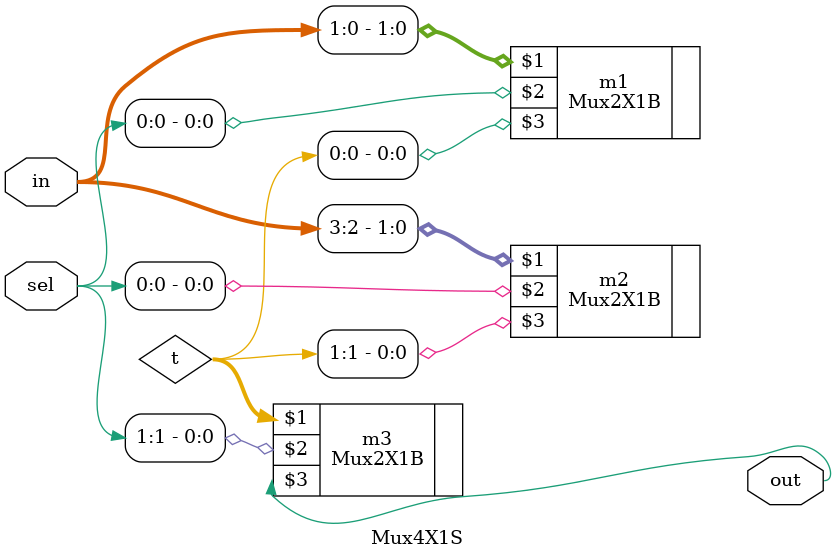
<source format=v>
`timescale 1ns / 1ps


module Mux4X1S(in,sel,out);
input [3:0]in;
input [1:0]sel;
output out;
wire [1:0]t;

Mux2X1B m1(in[1:0],sel[0],t[0]);
Mux2X1B m2(in[3:2],sel[0],t[1]);
Mux2X1B m3(t,sel[1],out);

endmodule



</source>
